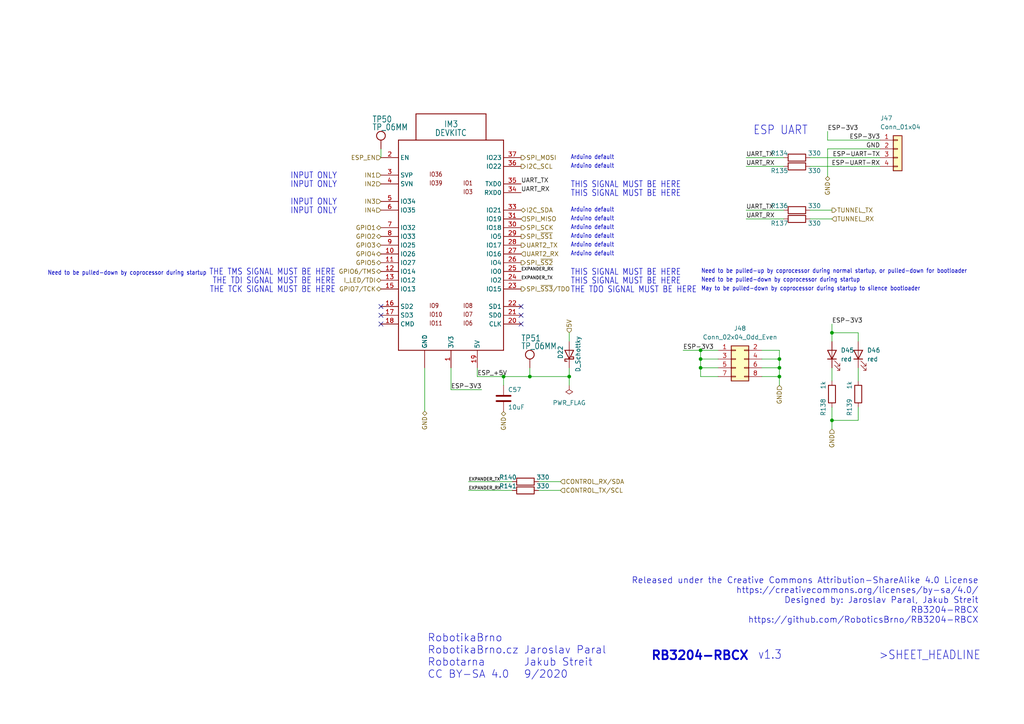
<source format=kicad_sch>
(kicad_sch (version 20211123) (generator eeschema)
  (paper "A4")
  (lib_symbols
    (symbol "Connector_Generic:Conn_01x04" (pin_names (offset 1.016) hide)
      (property "Reference" "J" (at 0 5.08 0))
      (property "Value" "Conn_01x04" (at 0 -7.62 0))
      (symbol "Conn_01x04_1_1"
        (rectangle (start -1.27 -4.953) (end 0 -5.207) (stroke (width 0.1524)))
        (rectangle (start -1.27 -2.413) (end 0 -2.667) (stroke (width 0.1524)))
        (rectangle (start -1.27 0.127) (end 0 -0.127) (stroke (width 0.1524)))
        (rectangle (start -1.27 2.667) (end 0 2.413) (stroke (width 0.1524)))
        (rectangle (start -1.27 3.81) (end 1.27 -6.35) (stroke (width 0.254)) (fill (type background)))
        (pin passive line (at -5.08 2.54 0) (length 3.81) (name "Pin_1") (number "1"))
        (pin passive line (at -5.08 0 0) (length 3.81) (name "Pin_2") (number "2"))
        (pin passive line (at -5.08 -2.54 0) (length 3.81) (name "Pin_3") (number "3"))
        (pin passive line (at -5.08 -5.08 0) (length 3.81) (name "Pin_4") (number "4"))
      )
    )
    (symbol "Connector_Generic:Conn_02x04_Odd_Even" (pin_names (offset 1.016) hide)
      (property "Reference" "J" (at 1.27 5.08 0))
      (property "Value" "Conn_02x04_Odd_Even" (at 1.27 -7.62 0))
      (symbol "Conn_02x04_Odd_Even_1_1"
        (rectangle (start -1.27 -4.953) (end 0 -5.207) (stroke (width 0.1524)))
        (rectangle (start -1.27 -2.413) (end 0 -2.667) (stroke (width 0.1524)))
        (rectangle (start -1.27 0.127) (end 0 -0.127) (stroke (width 0.1524)))
        (rectangle (start -1.27 2.667) (end 0 2.413) (stroke (width 0.1524)))
        (rectangle (start -1.27 3.81) (end 3.81 -6.35) (stroke (width 0.254)) (fill (type background)))
        (rectangle (start 3.81 -4.953) (end 2.54 -5.207) (stroke (width 0.1524)))
        (rectangle (start 3.81 -2.413) (end 2.54 -2.667) (stroke (width 0.1524)))
        (rectangle (start 3.81 0.127) (end 2.54 -0.127) (stroke (width 0.1524)))
        (rectangle (start 3.81 2.667) (end 2.54 2.413) (stroke (width 0.1524)))
        (pin passive line (at -5.08 2.54 0) (length 3.81) (name "Pin_1") (number "1"))
        (pin passive line (at 7.62 2.54 180) (length 3.81) (name "Pin_2") (number "2"))
        (pin passive line (at -5.08 0 0) (length 3.81) (name "Pin_3") (number "3"))
        (pin passive line (at 7.62 0 180) (length 3.81) (name "Pin_4") (number "4"))
        (pin passive line (at -5.08 -2.54 0) (length 3.81) (name "Pin_5") (number "5"))
        (pin passive line (at 7.62 -2.54 180) (length 3.81) (name "Pin_6") (number "6"))
        (pin passive line (at -5.08 -5.08 0) (length 3.81) (name "Pin_7") (number "7"))
        (pin passive line (at 7.62 -5.08 180) (length 3.81) (name "Pin_8") (number "8"))
      )
    )
    (symbol "Device:C" (pin_numbers hide) (pin_names (offset 0.254))
      (property "Reference" "C" (at 0.635 2.54 0))
      (property "Value" "C" (at 0.635 -2.54 0))
      (symbol "C_0_1"
        (polyline (pts (xy -2.032 -0.762) (xy 2.032 -0.762)) (stroke (width 0.508)))
        (polyline (pts (xy -2.032 0.762) (xy 2.032 0.762)) (stroke (width 0.508)))
      )
      (symbol "C_1_1"
        (pin passive line (at 0 3.81 270) (length 2.794) (name "~") (number "1"))
        (pin passive line (at 0 -3.81 90) (length 2.794) (name "~") (number "2"))
      )
    )
    (symbol "Device:D_Schottky" (pin_numbers hide) (pin_names (offset 1.016) hide)
      (property "Reference" "D" (at 0 2.54 0))
      (property "Value" "D_Schottky" (at 0 -2.54 0))
      (symbol "D_Schottky_0_1"
        (polyline (pts (xy 1.27 0) (xy -1.27 0)))
        (polyline (pts (xy 1.27 1.27) (xy 1.27 -1.27) (xy -1.27 0) (xy 1.27 1.27)) (stroke (width 0.254)))
        (polyline (pts (xy -1.905 0.635) (xy -1.905 1.27) (xy -1.27 1.27) (xy -1.27 -1.27) (xy -0.635 -1.27) (xy -0.635 -0.635)) (stroke (width 0.254)))
      )
      (symbol "D_Schottky_1_1"
        (pin passive line (at -3.81 0 0) (length 2.54) (name "K") (number "1"))
        (pin passive line (at 3.81 0 180) (length 2.54) (name "A") (number "2"))
      )
    )
    (symbol "Device:LED" (pin_numbers hide) (pin_names (offset 1.016) hide)
      (property "Reference" "D" (at 0 2.54 0))
      (property "Value" "LED" (at 0 -2.54 0))
      (symbol "LED_0_1"
        (polyline (pts (xy -1.27 -1.27) (xy -1.27 1.27)) (stroke (width 0.254)))
        (polyline (pts (xy -1.27 0) (xy 1.27 0)))
        (polyline (pts (xy 1.27 -1.27) (xy 1.27 1.27) (xy -1.27 0) (xy 1.27 -1.27)) (stroke (width 0.254)))
        (polyline (pts (xy -3.048 -0.762) (xy -4.572 -2.286) (xy -3.81 -2.286) (xy -4.572 -2.286) (xy -4.572 -1.524)))
        (polyline (pts (xy -1.778 -0.762) (xy -3.302 -2.286) (xy -2.54 -2.286) (xy -3.302 -2.286) (xy -3.302 -1.524)))
      )
      (symbol "LED_1_1"
        (pin passive line (at -3.81 0 0) (length 2.54) (name "K") (number "1"))
        (pin passive line (at 3.81 0 180) (length 2.54) (name "A") (number "2"))
      )
    )
    (symbol "Device:R" (pin_numbers hide) (pin_names (offset 0))
      (property "Reference" "R" (at 2.032 0 90))
      (property "Value" "R" (at 0 0 90))
      (symbol "R_0_1"
        (rectangle (start -1.016 -2.54) (end 1.016 2.54) (stroke (width 0.254)))
      )
      (symbol "R_1_1"
        (pin passive line (at 0 3.81 270) (length 1.27) (name "~") (number "1"))
        (pin passive line (at 0 -3.81 90) (length 1.27) (name "~") (number "2"))
      )
    )
    (symbol "RBCX-eagle-import:DEVKITC"
      (property "Reference" "IM3" (at -2.032 36.703 0))
      (property "Value" "DEVKITC" (at -4.699 34.163 0))
      (symbol "DEVKITC_1_0"
        (polyline (pts (xy -15.24 -27.94) (xy 15.24 -27.94)) (stroke (width 0.254)))
        (polyline (pts (xy -15.24 33.02) (xy -15.24 -27.94)) (stroke (width 0.254)))
        (polyline (pts (xy -10.16 33.02) (xy -15.24 33.02)) (stroke (width 0.254)))
        (polyline (pts (xy -10.16 33.02) (xy -10.16 40.64)) (stroke (width 0.254)))
        (polyline (pts (xy -10.16 40.64) (xy 10.16 40.64)) (stroke (width 0.254)))
        (polyline (pts (xy 10.16 33.02) (xy -10.16 33.02)) (stroke (width 0.254)))
        (polyline (pts (xy 10.16 40.64) (xy 10.16 33.02)) (stroke (width 0.254)))
        (polyline (pts (xy 15.24 -27.94) (xy 15.24 33.02)) (stroke (width 0.254)))
        (polyline (pts (xy 15.24 33.02) (xy 10.16 33.02)) (stroke (width 0.254)))
        (text "IO1" (at 6.35 19.812 0) (effects (font (size 1.27 1.0795)) (justify right bottom)))
        (text "IO10" (at -6.35 -18.288 0) (effects (font (size 1.27 1.0795)) (justify left bottom)))
        (text "IO11" (at -6.35 -20.828 0) (effects (font (size 1.27 1.0795)) (justify left bottom)))
        (text "IO3" (at 6.35 17.272 0) (effects (font (size 1.27 1.0795)) (justify right bottom)))
        (text "IO36" (at -6.35 22.352 0) (effects (font (size 1.27 1.0795)) (justify left bottom)))
        (text "IO39" (at -6.35 19.812 0) (effects (font (size 1.27 1.0795)) (justify left bottom)))
        (text "IO6" (at 6.35 -20.828 0) (effects (font (size 1.27 1.0795)) (justify right bottom)))
        (text "IO7" (at 6.35 -18.288 0) (effects (font (size 1.27 1.0795)) (justify right bottom)))
        (text "IO8" (at 6.35 -15.748 0) (effects (font (size 1.27 1.0795)) (justify right bottom)))
        (text "IO9" (at -6.35 -15.748 0) (effects (font (size 1.27 1.0795)) (justify left bottom)))
        (pin power_out line (at 0 -33.02 90) (length 5.08) (name "3V3") (number "1"))
        (pin bidirectional line (at -20.32 0 0) (length 5.08) (name "IO26") (number "10"))
        (pin bidirectional line (at -20.32 -2.54 0) (length 5.08) (name "IO27") (number "11"))
        (pin bidirectional line (at -20.32 -5.08 0) (length 5.08) (name "IO14") (number "12"))
        (pin bidirectional line (at -20.32 -7.62 0) (length 5.08) (name "IO12") (number "13"))
        (pin power_in line (at -7.62 -33.02 90) (length 5.08) (name "GND") (number "14"))
        (pin bidirectional line (at -20.32 -10.16 0) (length 5.08) (name "IO13") (number "15"))
        (pin bidirectional line (at -20.32 -15.24 0) (length 5.08) (name "SD2") (number "16"))
        (pin bidirectional line (at -20.32 -17.78 0) (length 5.08) (name "SD3") (number "17"))
        (pin bidirectional line (at -20.32 -20.32 0) (length 5.08) (name "CMD") (number "18"))
        (pin power_in line (at 7.62 -33.02 90) (length 5.08) (name "5V") (number "19"))
        (pin input line (at -20.32 27.94 0) (length 5.08) (name "EN") (number "2"))
        (pin bidirectional line (at 20.32 -20.32 180) (length 5.08) (name "CLK") (number "20"))
        (pin bidirectional line (at 20.32 -17.78 180) (length 5.08) (name "SD0") (number "21"))
        (pin bidirectional line (at 20.32 -15.24 180) (length 5.08) (name "SD1") (number "22"))
        (pin bidirectional line (at 20.32 -10.16 180) (length 5.08) (name "IO15") (number "23"))
        (pin bidirectional line (at 20.32 -7.62 180) (length 5.08) (name "IO2") (number "24"))
        (pin bidirectional line (at 20.32 -5.08 180) (length 5.08) (name "IO0") (number "25"))
        (pin bidirectional line (at 20.32 -2.54 180) (length 5.08) (name "IO4") (number "26"))
        (pin bidirectional line (at 20.32 0 180) (length 5.08) (name "IO16") (number "27"))
        (pin bidirectional line (at 20.32 2.54 180) (length 5.08) (name "IO17") (number "28"))
        (pin bidirectional line (at 20.32 5.08 180) (length 5.08) (name "IO5") (number "29"))
        (pin input line (at -20.32 22.86 0) (length 5.08) (name "SVP") (number "3"))
        (pin bidirectional line (at 20.32 7.62 180) (length 5.08) (name "IO18") (number "30"))
        (pin bidirectional line (at 20.32 10.16 180) (length 5.08) (name "IO19") (number "31"))
        (pin power_in line (at -7.62 -33.02 90) (length 5.08) (name "GND") (number "32"))
        (pin bidirectional line (at 20.32 12.7 180) (length 5.08) (name "IO21") (number "33"))
        (pin bidirectional line (at 20.32 17.78 180) (length 5.08) (name "RXD0") (number "34"))
        (pin bidirectional line (at 20.32 20.32 180) (length 5.08) (name "TXD0") (number "35"))
        (pin bidirectional line (at 20.32 25.4 180) (length 5.08) (name "IO22") (number "36"))
        (pin bidirectional line (at 20.32 27.94 180) (length 5.08) (name "IO23") (number "37"))
        (pin power_in line (at -7.62 -33.02 90) (length 5.08) (name "GND") (number "38"))
        (pin input line (at -20.32 20.32 0) (length 5.08) (name "SVN") (number "4"))
        (pin input line (at -20.32 15.24 0) (length 5.08) (name "IO34") (number "5"))
        (pin input line (at -20.32 12.7 0) (length 5.08) (name "IO35") (number "6"))
        (pin bidirectional line (at -20.32 7.62 0) (length 5.08) (name "IO32") (number "7"))
        (pin bidirectional line (at -20.32 5.08 0) (length 5.08) (name "IO33") (number "8"))
        (pin bidirectional line (at -20.32 2.54 0) (length 5.08) (name "IO25") (number "9"))
      )
    )
    (symbol "RBCX-eagle-import:TP_06MM"
      (property "Reference" "TP" (at -2.54 7.62 0))
      (property "Value" "TP_06MM" (at -2.54 5.334 0))
      (symbol "TP_06MM_1_0"
        (circle (center 0 3.81) (radius 1.27) (stroke (width 0.254)))
        (pin passive line (at 0 0 90) (length 2.54) (name "TP") (number "P$1"))
      )
    )
    (symbol "power:PWR_FLAG" (power) (pin_numbers hide) (pin_names (offset 0) hide)
      (property "Value" "PWR_FLAG" (at 0 3.81 0))
      (symbol "PWR_FLAG_0_0"
        (pin power_out line (at 0 0 90) (length 0) (name "pwr") (number "1"))
      )
      (symbol "PWR_FLAG_0_1"
        (polyline (pts (xy 0 0) (xy 0 1.27) (xy -1.016 1.905) (xy 0 2.54) (xy 1.016 1.905) (xy 0 1.27)))
      )
    )
  )
  (junction (at 203.2 104.14))
  (junction (at 146.05 109.22))
  (junction (at 226.06 104.14))
  (junction (at 226.06 109.22))
  (junction (at 241.3 121.92))
  (junction (at 153.67 109.22))
  (junction (at 203.2 106.68))
  (junction (at 203.2 101.6))
  (junction (at 165.1 109.22))
  (junction (at 241.3 96.52))
  (junction (at 226.06 106.68))
  (no_connect (at 110.49 93.98))
  (no_connect (at 110.49 88.9))
  (no_connect (at 110.49 91.44))
  (no_connect (at 151.13 88.9))
  (no_connect (at 151.13 93.98))
  (no_connect (at 151.13 91.44))
  (wire (pts (xy 153.67 109.22) (xy 165.1 109.22)))
  (wire (pts (xy 216.408 45.72) (xy 227.33 45.72)))
  (wire (pts (xy 130.81 106.68) (xy 130.81 113.03)))
  (wire (pts (xy 255.27 48.26) (xy 234.95 48.26)))
  (wire (pts (xy 248.92 121.92) (xy 241.3 121.92)))
  (wire (pts (xy 208.28 109.22) (xy 203.2 109.22)))
  (wire (pts (xy 156.21 139.7) (xy 162.56 139.7)))
  (wire (pts (xy 220.98 101.6) (xy 226.06 101.6)))
  (wire (pts (xy 240.03 51.181) (xy 240.03 43.18)))
  (wire (pts (xy 156.21 142.24) (xy 162.56 142.24)))
  (wire (pts (xy 148.59 142.24) (xy 135.89 142.24)))
  (wire (pts (xy 241.3 99.06) (xy 241.3 96.52)))
  (wire (pts (xy 216.408 63.5) (xy 227.33 63.5)))
  (wire (pts (xy 234.95 63.5) (xy 241.3 63.5)))
  (wire (pts (xy 248.92 99.06) (xy 248.92 96.52)))
  (wire (pts (xy 255.27 40.64) (xy 240.03 40.64)))
  (wire (pts (xy 165.1 96.52) (xy 165.1 99.06)))
  (wire (pts (xy 203.2 106.68) (xy 203.2 104.14)))
  (wire (pts (xy 130.81 113.03) (xy 139.7 113.03)))
  (wire (pts (xy 227.33 60.96) (xy 216.408 60.96)))
  (wire (pts (xy 203.2 101.6) (xy 208.28 101.6)))
  (wire (pts (xy 123.19 119.253) (xy 123.19 106.68)))
  (wire (pts (xy 165.1 109.22) (xy 165.1 111.76)))
  (wire (pts (xy 208.28 106.68) (xy 203.2 106.68)))
  (wire (pts (xy 165.1 106.68) (xy 165.1 109.22)))
  (wire (pts (xy 241.3 96.52) (xy 241.3 93.98)))
  (wire (pts (xy 240.03 43.18) (xy 255.27 43.18)))
  (wire (pts (xy 220.98 109.22) (xy 226.06 109.22)))
  (wire (pts (xy 146.05 109.22) (xy 153.67 109.22)))
  (wire (pts (xy 234.95 60.96) (xy 241.3 60.96)))
  (wire (pts (xy 203.2 104.14) (xy 203.2 101.6)))
  (wire (pts (xy 248.92 96.52) (xy 241.3 96.52)))
  (wire (pts (xy 148.59 139.7) (xy 135.89 139.7)))
  (wire (pts (xy 241.3 106.68) (xy 241.3 110.49)))
  (wire (pts (xy 138.43 109.22) (xy 138.43 106.68)))
  (wire (pts (xy 208.28 104.14) (xy 203.2 104.14)))
  (wire (pts (xy 138.43 109.22) (xy 146.05 109.22)))
  (wire (pts (xy 110.49 43.18) (xy 110.49 45.72)))
  (wire (pts (xy 216.408 48.26) (xy 227.33 48.26)))
  (wire (pts (xy 226.06 101.6) (xy 226.06 104.14)))
  (wire (pts (xy 153.67 106.68) (xy 153.67 109.22)))
  (wire (pts (xy 255.27 45.72) (xy 234.95 45.72)))
  (wire (pts (xy 198.12 101.6) (xy 203.2 101.6)))
  (wire (pts (xy 226.06 104.14) (xy 226.06 106.68)))
  (wire (pts (xy 240.03 38.1) (xy 240.03 40.64)))
  (wire (pts (xy 226.06 106.68) (xy 226.06 109.22)))
  (wire (pts (xy 248.92 118.11) (xy 248.92 121.92)))
  (wire (pts (xy 203.2 109.22) (xy 203.2 106.68)))
  (wire (pts (xy 220.98 104.14) (xy 226.06 104.14)))
  (wire (pts (xy 241.3 121.92) (xy 241.3 118.11)))
  (wire (pts (xy 241.3 124.46) (xy 241.3 121.92)))
  (wire (pts (xy 146.05 111.76) (xy 146.05 109.22)))
  (wire (pts (xy 220.98 106.68) (xy 226.06 106.68)))
  (wire (pts (xy 248.92 106.68) (xy 248.92 110.49)))
  (wire (pts (xy 226.06 109.22) (xy 226.06 111.76)))
  (text "Arduino default" (at 165.481 62.738 180) (effects (font (size 1.27 1.0795)) (justify left top)))
  (text "Jaroslav Paral\nJakub Streit\n9/2020" (at 151.892 196.977 180) (effects (font (size 2.1844 2.1844)) (justify left bottom)))
  (text "Arduino default" (at 165.481 47.498 180) (effects (font (size 1.27 1.0795)) (justify left top)))
  (text "RB3204-RBCX" (at 188.722 191.77 180) (effects (font (size 2.54 2.54) (thickness 0.508) bold) (justify left bottom)))
  (text "THIS SIGNAL MUST BE HERE~{}" (at 165.481 55.118 180) (effects (font (size 1.778 1.5113)) (justify left top)))
  (text "THE TMS SIGNAL MUST BE HERE~{}" (at 97.409 80.01 180) (effects (font (size 1.778 1.5113)) (justify right bottom)))
  (text "INPUT ONLY" (at 97.79 62.23 180) (effects (font (size 1.778 1.5113)) (justify right bottom)))
  (text "Arduino default" (at 165.481 44.958 180) (effects (font (size 1.27 1.0795)) (justify left top)))
  (text "Arduino default" (at 165.481 67.818 180) (effects (font (size 1.27 1.0795)) (justify left top)))
  (text "Arduino default" (at 165.481 65.278 180) (effects (font (size 1.27 1.0795)) (justify left top)))
  (text "Need to be pulled-up by coprocessor during normal startup, or pulled-down for bootloader" (at 203.327 77.978 180) (effects (font (size 1.27 1.0795)) (justify left top)))
  (text "THE TDI SIGNAL MUST BE HERE~{}" (at 97.409 82.55 180) (effects (font (size 1.778 1.5113)) (justify right bottom)))
  (text "THIS SIGNAL MUST BE HERE~{}" (at 165.481 52.578 180) (effects (font (size 1.778 1.5113)) (justify left top)))
  (text "v1.3" (at 219.837 191.516 180) (effects (font (size 2.54 2.159)) (justify left bottom)))
  (text "INPUT ONLY" (at 97.79 54.61 180) (effects (font (size 1.778 1.5113)) (justify right bottom)))
  (text "Need to be pulled-down by coprocessor during startup" (at 203.327 80.518 180) (effects (font (size 1.27 1.0795)) (justify left top)))
  (text ">SHEET_HEADLINE" (at 254.889 191.643 180) (effects (font (size 2.54 2.159)) (justify left bottom)))
  (text "THE TDO SIGNAL MUST BE HERE~{}" (at 165.481 83.058 180) (effects (font (size 1.778 1.5113)) (justify left top)))
  (text "Arduino default" (at 165.481 70.358 180) (effects (font (size 1.27 1.0795)) (justify left top)))
  (text "THIS SIGNAL MUST BE HERE~{}" (at 165.481 80.518 180) (effects (font (size 1.778 1.5113)) (justify left top)))
  (text "Arduino default" (at 165.481 60.198 180) (effects (font (size 1.27 1.0795)) (justify left top)))
  (text "RobotikaBrno\nRobotikaBrno.cz\nRobotarna\nCC BY-SA 4.0" (at 123.952 196.977 180) (effects (font (size 2.1844 2.1844)) (justify left bottom)))
  (text "May to be pulled-down by coprocessor during startup to silence bootloader" (at 203.327 83.058 180) (effects (font (size 1.27 1.0795)) (justify left top)))
  (text "THE TCK SIGNAL MUST BE HERE~{}" (at 97.409 85.09 180) (effects (font (size 1.778 1.5113)) (justify right bottom)))
  (text "Need to be pulled-down by coprocessor during startup" (at 59.944 80.01 180) (effects (font (size 1.27 1.0795)) (justify right bottom)))
  (text "INPUT ONLY" (at 97.79 59.69 180) (effects (font (size 1.778 1.5113)) (justify right bottom)))
  (text "THIS SIGNAL MUST BE HERE~{}" (at 165.481 77.978 180) (effects (font (size 1.778 1.5113)) (justify left top)))
  (text "Released under the Creative Commons Attribution-ShareAlike 4.0 License\nhttps://creativecommons.org/licenses/by-sa/4.0/\nDesigned by: Jaroslav Paral, Jakub Streit\nRB3204-RBCX\nhttps://github.com/RoboticsBrno/RB3204-RBCX" (at 283.845 180.975 180) (effects (font (size 1.778 1.778)) (justify right bottom)))
  (text "INPUT ONLY" (at 97.79 52.07 180) (effects (font (size 1.778 1.5113)) (justify right bottom)))
  (text "Arduino default" (at 165.481 72.898 180) (effects (font (size 1.27 1.0795)) (justify left top)))
  (text "ESP UART" (at 218.44 39.37 180) (effects (font (size 2.54 2.159)) (justify left bottom)))
  (label "ESP-3V3" (at 139.7 113.03 180))
  (label "UART_TX" (at 216.408 45.72 0))
  (label "UART_TX" (at 151.13 53.34 0))
  (label "EXPANDER_RX" (at 151.13 78.74 0) (effects (font (size 0.889 0.889))))
  (label "EXPANDER_TX" (at 135.89 139.7 0) (effects (font (size 0.889 0.889))))
  (label "ESP-3V3" (at 241.3 93.98 0))
  (label "ESP-3V3" (at 255.27 40.64 180))
  (label "EXPANDER_TX" (at 151.13 81.28 0) (effects (font (size 0.889 0.889))))
  (label "ESP-3V3" (at 198.12 101.6 0))
  (label "UART_RX" (at 216.408 48.26 0))
  (label "ESP-UART-TX" (at 255.27 45.72 180))
  (label "ESP_+5V" (at 138.43 109.22 0))
  (label "EXPANDER_RX" (at 135.89 142.24 0) (effects (font (size 0.889 0.889))))
  (label "UART_RX" (at 151.13 55.88 0))
  (label "UART_TX" (at 216.408 60.96 0))
  (label "ESP-3V3" (at 240.03 38.1 0))
  (label "GND" (at 255.27 43.18 180))
  (label "ESP-UART-RX" (at 255.27 48.26 180))
  (label "UART_RX" (at 216.408 63.5 0))
  (hierarchical_label "GND" (shape input) (at 241.3 124.46 270))
  (hierarchical_label "IN1" (shape input) (at 110.49 50.8 180))
  (hierarchical_label "SPI_MISO" (shape input) (at 151.13 63.5 0))
  (hierarchical_label "IN4" (shape input) (at 110.49 60.96 180))
  (hierarchical_label "GND" (shape bidirectional) (at 146.05 119.38 270))
  (hierarchical_label "GPIO4" (shape bidirectional) (at 110.49 73.66 180))
  (hierarchical_label "SPI_~{SS3}{slash}TDO" (shape output) (at 151.13 83.82 0))
  (hierarchical_label "CONTROL_RX{slash}SDA" (shape input) (at 162.56 139.7 0))
  (hierarchical_label "GPIO3" (shape bidirectional) (at 110.49 71.12 180))
  (hierarchical_label "I2C_SCL" (shape output) (at 151.13 48.26 0))
  (hierarchical_label "I2C_SDA" (shape bidirectional) (at 151.13 60.96 0))
  (hierarchical_label "ESP_EN" (shape input) (at 110.49 45.72 180))
  (hierarchical_label "5V" (shape input) (at 165.1 96.52 90))
  (hierarchical_label "CONTROL_TX{slash}SCL" (shape input) (at 162.56 142.24 0))
  (hierarchical_label "SPI_SCK" (shape output) (at 151.13 66.04 0))
  (hierarchical_label "SPI_~{SS1}" (shape output) (at 151.13 68.58 0))
  (hierarchical_label "SPI_~{SS2}" (shape output) (at 151.13 76.2 0))
  (hierarchical_label "GND" (shape input) (at 226.06 111.76 270))
  (hierarchical_label "GPIO2" (shape bidirectional) (at 110.49 68.58 180))
  (hierarchical_label "GPIO7{slash}TCK" (shape bidirectional) (at 110.49 83.82 180))
  (hierarchical_label "IN3" (shape input) (at 110.49 58.42 180))
  (hierarchical_label "SPI_MOSI" (shape output) (at 151.13 45.72 0))
  (hierarchical_label "GPIO1" (shape bidirectional) (at 110.49 66.04 180))
  (hierarchical_label "TUNNEL_RX" (shape input) (at 241.3 63.5 0))
  (hierarchical_label "UART2_RX" (shape input) (at 151.13 73.66 0))
  (hierarchical_label "GND" (shape bidirectional) (at 240.03 51.181 270))
  (hierarchical_label "GND" (shape bidirectional) (at 123.19 119.253 270))
  (hierarchical_label "GPIO6{slash}TMS" (shape bidirectional) (at 110.49 78.74 180))
  (hierarchical_label "I_LED{slash}TDI" (shape bidirectional) (at 110.49 81.28 180))
  (hierarchical_label "UART2_TX" (shape output) (at 151.13 71.12 0))
  (hierarchical_label "IN2" (shape input) (at 110.49 53.34 180))
  (hierarchical_label "TUNNEL_TX" (shape output) (at 241.3 60.96 0))
  (hierarchical_label "GPIO5" (shape bidirectional) (at 110.49 76.2 180))
  (symbol (lib_id "Device:R") (at 231.14 48.26 90) (mirror x) (unit 1)
    (property "Reference" "R135" (at 226.06 49.53 90))
    (property "Value" "330" (at 236.22 49.53 90))
    (property "Footprint" "Capacitor_SMD:C_0201_0603Metric" (effects hide))
    (property "LCSC" "C473445" (effects hide))
    (property "Basic/Extended" "E" (effects hide))
  )
  (symbol (lib_id "Device:R") (at 248.92 114.3 180) (unit 1)
    (property "Reference" "R139" (at 246.38 115.57 90) (effects (justify left)))
    (property "Value" "1k" (at 246.38 110.49 90) (effects (justify left)))
    (property "Footprint" "Resistor_SMD:R_0201_0603Metric" (effects hide))
    (property "LCSC" "C138165" (effects hide))
    (property "Basic/Extended" "E" (effects hide))
  )
  (symbol (lib_id "Device:R") (at 231.14 63.5 90) (mirror x) (unit 1)
    (property "Reference" "R137" (at 226.06 64.77 90))
    (property "Value" "330" (at 236.22 64.77 90))
    (property "Footprint" "Capacitor_SMD:C_0201_0603Metric" (effects hide))
    (property "LCSC" "C473445" (effects hide))
    (property "Basic/Extended" "E" (effects hide))
  )
  (symbol (lib_id "Device:R") (at 231.14 60.96 90) (unit 1)
    (property "Reference" "R136" (at 226.06 59.69 90))
    (property "Value" "330" (at 236.22 59.69 90))
    (property "Footprint" "Capacitor_SMD:C_0201_0603Metric" (effects hide))
    (property "LCSC" "C473445" (effects hide))
    (property "Basic/Extended" "E" (effects hide))
  )
  (symbol (lib_id "Device:R") (at 152.4 139.7 90) (unit 1)
    (property "Reference" "R140" (at 147.32 138.43 90))
    (property "Value" "330" (at 157.48 138.43 90))
    (property "Footprint" "Capacitor_SMD:C_0201_0603Metric" (effects hide))
    (property "LCSC" "C473445" (effects hide))
    (property "Basic/Extended" "E" (effects hide))
  )
  (symbol (lib_id "Device:LED") (at 241.3 102.87 90) (unit 1)
    (property "Reference" "D45" (at 243.84 101.6 90) (effects (justify right)))
    (property "Value" "red" (at 243.84 104.14 90) (effects (justify right)))
    (property "Footprint" "LED_SMD:LED_0603_1608Metric" (effects hide))
    (property "LCSC" "C2286" (effects hide))
    (property "Basic/Extended" "B" (effects hide))
  )
  (symbol (lib_id "Device:R") (at 231.14 45.72 90) (unit 1)
    (property "Reference" "R134" (at 226.06 44.45 90))
    (property "Value" "330" (at 236.22 44.45 90))
    (property "Footprint" "Capacitor_SMD:C_0201_0603Metric" (effects hide))
    (property "LCSC" "C473445" (effects hide))
    (property "Basic/Extended" "E" (effects hide))
  )
  (symbol (lib_id "Device:C") (at 146.05 115.57 0) (unit 1)
    (property "Reference" "C57" (at 147.32 113.03 0) (effects (justify left)))
    (property "Value" "10uF" (at 147.32 118.11 0) (effects (justify left)))
    (property "Footprint" "Capacitor_SMD:C_0603_1608Metric" (effects hide))
    (property "LCSC" "C96446" (effects hide))
    (property "Basic/Extended" "B" (effects hide))
  )
  (symbol (lib_id "Device:D_Schottky") (at 165.1 102.87 90) (unit 1)
    (property "Reference" "D22" (at 162.56 104.14 0) (effects (justify left)))
    (property "Value" "D_Schottky" (at 167.64 107.95 0) (effects (justify left)))
    (property "Footprint" "Diode_SMD:D_SOD-123F" (effects hide))
    (property "Datasheet" "https://datasheet.lcsc.com/lcsc/1809301213_MDD-Microdiode-Electronics--DSK36_C106913.pdf" (effects hide))
    (property "LCSC" "C108810" (effects hide))
    (property "Basic/Extended" "E" (effects hide))
  )
  (symbol (lib_id "Connector_Generic:Conn_01x04") (at 260.35 43.18 0) (unit 1)
    (property "Reference" "J47" (at 255.27 34.29 0) (effects (justify left)))
    (property "Value" "Conn_01x04" (at 255.27 36.83 0) (effects (justify left)))
    (property "Footprint" "RBCX:PinHeader_1x04_P2.54mm_Vertical" (effects hide))
    (property "LCSC" "C124378" (effects hide))
    (property "Basic/Extended" "E" (effects hide))
    (property "JLCPCB_CORRECTION" "0;-3.81;90" (effects hide))
  )
  (symbol (lib_id "Device:R") (at 152.4 142.24 90) (unit 1)
    (property "Reference" "R141" (at 147.32 140.97 90))
    (property "Value" "330" (at 157.48 140.97 90))
    (property "Footprint" "Capacitor_SMD:C_0201_0603Metric" (effects hide))
    (property "LCSC" "C473445" (effects hide))
    (property "Basic/Extended" "E" (effects hide))
  )
  (symbol (lib_id "RBCX-eagle-import:TP_06MM") (at 153.67 106.68 0) (unit 1)
    (property "Reference" "TP51" (at 151.13 99.06 0) (effects (font (size 1.778 1.5113)) (justify left bottom)))
    (property "Value" "TP_06MM" (at 151.13 101.346 0) (effects (font (size 1.778 1.5113)) (justify left bottom)))
    (property "Footprint" "RBCX:TP_06MM" (effects hide))
    (property "JLCPCB_IGNORE" "1" (effects hide))
  )
  (symbol (lib_id "power:PWR_FLAG") (at 165.1 111.76 180) (unit 1)
    (property "Reference" "#FLG0103" (effects hide))
    (property "Value" "PWR_FLAG" (at 165.1 116.84 0))
  )
  (symbol (lib_id "Device:R") (at 241.3 114.3 180) (unit 1)
    (property "Reference" "R138" (at 238.76 115.57 90) (effects (justify left)))
    (property "Value" "1k" (at 238.76 110.49 90) (effects (justify left)))
    (property "Footprint" "Resistor_SMD:R_0201_0603Metric" (effects hide))
    (property "LCSC" "C138165" (effects hide))
    (property "Basic/Extended" "E" (effects hide))
  )
  (symbol (lib_id "RBCX-eagle-import:DEVKITC") (at 130.81 73.66 0) (unit 1)
    (property "Reference" "IM3" (at 128.778 36.957 0) (effects (font (size 1.778 1.5113)) (justify left bottom)))
    (property "Value" "DEVKITC" (at 126.111 39.497 0) (effects (font (size 1.778 1.5113)) (justify left bottom)))
    (property "Footprint" "RBCX:ESP32-DEVKITC" (effects hide))
    (property "JLCPCB_IGNORE" "1" (effects hide))
  )
  (symbol (lib_id "Connector_Generic:Conn_02x04_Odd_Even") (at 213.36 104.14 0) (unit 1)
    (property "Reference" "J48" (at 214.63 95.25 0))
    (property "Value" "Conn_02x04_Odd_Even" (at 214.63 97.79 0))
    (property "Footprint" "RBCX:PinHeader_2x04_P2.54mm_Vertical" (effects hide))
    (property "LCSC" "C124386" (effects hide))
    (property "Basic/Extended" "E" (effects hide))
    (property "JLCPCB_CORRECTION" "1.27;-3.81;90" (effects hide))
  )
  (symbol (lib_id "Device:LED") (at 248.92 102.87 90) (unit 1)
    (property "Reference" "D46" (at 251.46 101.6 90) (effects (justify right)))
    (property "Value" "red" (at 251.46 104.14 90) (effects (justify right)))
    (property "Footprint" "LED_SMD:LED_0603_1608Metric" (effects hide))
    (property "LCSC" "C2286" (effects hide))
    (property "Basic/Extended" "B" (effects hide))
  )
  (symbol (lib_id "RBCX-eagle-import:TP_06MM") (at 110.49 43.18 0) (unit 1)
    (property "Reference" "TP50" (at 107.95 35.56 0) (effects (font (size 1.778 1.5113)) (justify left bottom)))
    (property "Value" "TP_06MM" (at 107.95 37.846 0) (effects (font (size 1.778 1.5113)) (justify left bottom)))
    (property "Footprint" "RBCX:TP_06MM" (effects hide))
    (property "JLCPCB_IGNORE" "1" (effects hide))
  )
)
</source>
